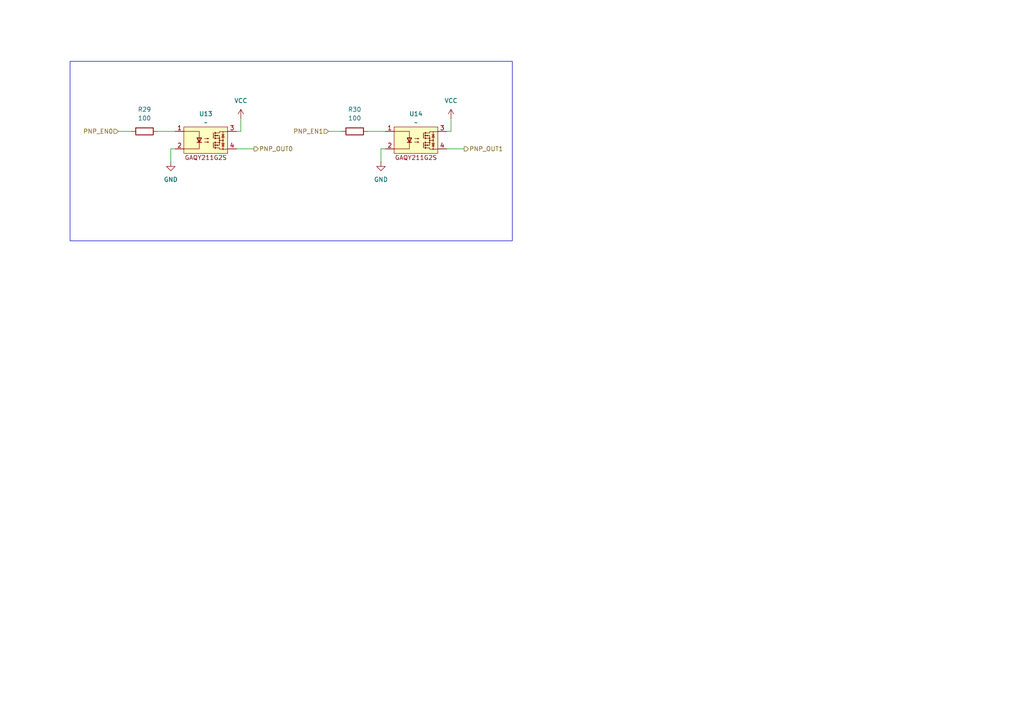
<source format=kicad_sch>
(kicad_sch (version 20250114) (generator "eeschema") (generator_version "9.0")
  (paper "A4")
  (lib_symbols
    (symbol "Device:R" (pin_numbers (hide yes)) (pin_names (offset 0))
      (property "Reference" "R" (at 2.032 0 90))
      (property "Value" "R" (at 0 0 90))
      (symbol "R_0_1"
        (rectangle (start -1.016 -2.54) (end 1.016 2.54) (stroke (width 0.254)))
      )
      (symbol "R_1_1"
        (pin passive line (at 0 3.81 270) (length 1.27) (name "~") (number "1"))
        (pin passive line (at 0 -3.81 90) (length 1.27) (name "~") (number "2"))
      )
    )
    (symbol "Riqi_Parts:GAQY211G2S"
      (property "Reference" "U" (at 0 0 0))
      (symbol "GAQY211G2S_0_1"
        (polyline (pts (xy -2.54 -2.54) (xy 1.905 -2.54) (xy 1.905 -4.445)))
        (polyline (pts (xy 1.27 -5.715) (xy 2.54 -5.715)) (stroke (width 0.254)))
        (polyline (pts (xy 1.905 -4.191) (xy 1.905 -7.62) (xy -2.54 -7.62)))
        (polyline (pts (xy 1.905 -5.715) (xy 1.27 -4.445) (xy 2.54 -4.445) (xy 1.905 -5.715)) (stroke (width 0.254)))
        (polyline (pts (xy 3.4016 -4.6346) (xy 4.6716 -4.6346) (xy 4.2906 -4.7616) (xy 4.2906 -4.5076) (xy 4.6716 -4.6346)))
        (polyline (pts (xy 3.4016 -5.6506) (xy 4.6716 -5.6506) (xy 4.2906 -5.7776) (xy 4.2906 -5.5236) (xy 4.6716 -5.6506)))
        (polyline (pts (xy 6.004 -3.0018) (xy 6.004 -4.5258)) (stroke (width 0.2032)))
        (polyline (pts (xy 6.004 -5.7958) (xy 6.004 -7.3198)) (stroke (width 0.2032)))
        (polyline (pts (xy 6.512 -2.8748) (xy 6.512 -3.1288) (xy 6.512 -3.1288)) (stroke (width 0.3556)))
        (polyline (pts (xy 6.512 -3.6368) (xy 6.512 -3.8908) (xy 6.512 -3.8908)) (stroke (width 0.3556)))
        (polyline (pts (xy 6.512 -4.3988) (xy 6.512 -4.6528) (xy 6.512 -4.6528)) (stroke (width 0.3556)))
        (polyline (pts (xy 6.512 -5.6688) (xy 6.512 -5.9228)) (stroke (width 0.3556)))
        (polyline (pts (xy 6.512 -6.4308) (xy 6.512 -6.6848) (xy 6.512 -6.6848)) (stroke (width 0.3556)))
        (polyline (pts (xy 6.512 -7.1928) (xy 6.512 -7.4468) (xy 6.512 -7.4468)) (stroke (width 0.3556)))
        (polyline (pts (xy 6.639 -3.0018) (xy 7.782 -3.0018) (xy 7.782 -2.6208) (xy 10.068 -2.6208)))
        (polyline (pts (xy 6.639 -3.7638) (xy 7.782 -3.7638) (xy 7.782 -4.5258)))
        (polyline (pts (xy 6.639 -5.7958) (xy 7.782 -5.7958) (xy 7.782 -4.5258) (xy 6.639 -4.5258)))
        (polyline (pts (xy 6.639 -6.5578) (xy 7.782 -6.5578) (xy 7.782 -5.7958)))
        (polyline (pts (xy 6.639 -7.3198) (xy 7.782 -7.3198) (xy 7.782 -7.7008) (xy 10.068 -7.7008)))
        (polyline (pts (xy 6.766 -3.7638) (xy 7.274 -3.6368) (xy 7.274 -3.8908) (xy 6.766 -3.7638)))
        (polyline (pts (xy 6.766 -6.5578) (xy 7.274 -6.4308) (xy 7.274 -6.6848) (xy 6.766 -6.5578)))
        (circle (center 7.782 -4.5258) (radius 0.127))
        (polyline (pts (xy 7.782 -5.1608) (xy 8.798 -5.1608)))
        (circle (center 7.782 -5.1608) (radius 0.127))
        (circle (center 7.782 -5.7958) (radius 0.127))
        (polyline (pts (xy 8.417 -3.5098) (xy 9.179 -3.5098)))
        (polyline (pts (xy 8.417 -6.8118) (xy 9.179 -6.8118)))
        (polyline (pts (xy 8.798 -3.5098) (xy 8.417 -4.2718) (xy 9.179 -4.2718) (xy 8.798 -3.5098)))
        (circle (center 8.798 -5.1608) (radius 0.127))
        (polyline (pts (xy 8.798 -6.8118) (xy 8.417 -6.0498) (xy 9.179 -6.0498) (xy 8.798 -6.8118)))
        (polyline (pts (xy 8.798 -7.7008) (xy 8.798 -2.6208)))
        (circle (center 8.798 -7.7008) (radius 0.127))
      )
      (symbol "GAQY211G2S_1_1"
        (rectangle (start -2.54 -1.27) (end 10.16 -8.89) (fill (type background)))
        (text "GAQY211G2S\n" (at 3.81 -10.16 0) (effects (font (size 1.27 1.27))))
        (pin input line (at -5.08 -2.54 0) (length 2.54) (name "") (number "1"))
        (pin input line (at -5.08 -7.62 0) (length 2.54) (name "") (number "2"))
        (pin input line (at 12.7 -2.54 180) (length 2.54) (name "") (number "3"))
        (pin input line (at 12.7 -7.62 180) (length 2.54) (name "") (number "4"))
      )
    )
    (symbol "power:GND" (power) (pin_numbers (hide yes)) (pin_names (offset 0) (hide yes))
      (property "Value" "GND" (at 0 -3.81 0))
      (symbol "GND_0_1"
        (polyline (pts (xy 0 0) (xy 0 -1.27) (xy 1.27 -1.27) (xy 0 -2.54) (xy -1.27 -1.27) (xy 0 -1.27)))
      )
      (symbol "GND_1_1"
        (pin power_in line (at 0 0 270) (length 0) (name "~") (number "1"))
      )
    )
    (symbol "power:VCC" (power) (pin_numbers (hide yes)) (pin_names (offset 0) (hide yes))
      (property "Value" "VCC" (at 0 3.556 0))
      (symbol "VCC_0_1"
        (polyline (pts (xy -0.762 1.27) (xy 0 2.54)))
        (polyline (pts (xy 0 2.54) (xy 0.762 1.27)))
        (polyline (pts (xy 0 0) (xy 0 2.54)))
      )
      (symbol "VCC_1_1"
        (pin power_in line (at 0 0 90) (length 0) (name "~") (number "1"))
      )
    )
  )
  (rectangle (start 20.32 17.78) (end 148.59 69.85))
  (wire (pts (xy 95.25 38.1) (xy 99.06 38.1)))
  (wire (pts (xy 45.72 38.1) (xy 50.8 38.1)))
  (wire (pts (xy 68.58 38.1) (xy 69.85 38.1)))
  (wire (pts (xy 130.81 38.1) (xy 130.81 34.29)))
  (wire (pts (xy 106.68 38.1) (xy 111.76 38.1)))
  (wire (pts (xy 129.54 43.18) (xy 134.62 43.18)))
  (wire (pts (xy 110.49 46.99) (xy 110.49 43.18)))
  (wire (pts (xy 49.53 46.99) (xy 49.53 43.18)))
  (wire (pts (xy 110.49 43.18) (xy 111.76 43.18)))
  (wire (pts (xy 34.29 38.1) (xy 38.1 38.1)))
  (wire (pts (xy 49.53 43.18) (xy 50.8 43.18)))
  (wire (pts (xy 129.54 38.1) (xy 130.81 38.1)))
  (wire (pts (xy 68.58 43.18) (xy 73.66 43.18)))
  (wire (pts (xy 69.85 38.1) (xy 69.85 34.29)))
  (hierarchical_label "PNP_OUT1" (shape output) (at 134.62 43.18 0))
  (hierarchical_label "PNP_OUT0" (shape output) (at 73.66 43.18 0))
  (hierarchical_label "PNP_EN0" (shape input) (at 34.29 38.1 180))
  (hierarchical_label "PNP_EN1" (shape input) (at 95.25 38.1 180))
  (symbol (lib_id "Riqi_Parts:GAQY211G2S") (at 116.84 35.56 0) (unit 1)
    (property "Reference" "U14" (at 120.65 33.02 0))
    (property "Value" "~" (at 120.65 35.56 0))
    (property "Footprint" "Package_SO:SO-4_4.4x4.3mm_P2.54mm" (effects (hide yes)))
    (property "Datasheet" "https://lcsc.com/datasheet/lcsc_datasheet_2411220035_SUPSiC-GAQY211G2S_C7435104.pdf" (effects (hide yes)))
  )
  (symbol (lib_id "Riqi_Parts:GAQY211G2S") (at 55.88 35.56 0) (unit 1)
    (property "Reference" "U13" (at 59.69 33.02 0))
    (property "Value" "~" (at 59.69 35.56 0))
    (property "Footprint" "Package_SO:SO-4_4.4x4.3mm_P2.54mm" (effects (hide yes)))
    (property "Datasheet" "https://lcsc.com/datasheet/lcsc_datasheet_2411220035_SUPSiC-GAQY211G2S_C7435104.pdf" (effects (hide yes)))
  )
  (symbol (lib_id "power:GND") (at 110.49 46.99 0) (unit 1)
    (property "Reference" "#PWR056" (effects (hide yes)))
    (property "Value" "GND" (at 110.49 52.07 0))
    (property "Description" "Power symbol creates a global label with name \"GND\" , ground" (effects (hide yes)))
  )
  (symbol (lib_id "power:VCC") (at 130.81 34.29 0) (unit 1)
    (property "Reference" "#PWR057" (effects (hide yes)))
    (property "Value" "VCC" (at 130.81 29.21 0))
    (property "Description" "Power symbol creates a global label with name \"VCC\"" (effects (hide yes)))
  )
  (symbol (lib_id "power:GND") (at 49.53 46.99 0) (unit 1)
    (property "Reference" "#PWR033" (effects (hide yes)))
    (property "Value" "GND" (at 49.53 52.07 0))
    (property "Description" "Power symbol creates a global label with name \"GND\" , ground" (effects (hide yes)))
  )
  (symbol (lib_id "Device:R") (at 102.87 38.1 90) (unit 1)
    (property "Reference" "R30" (at 102.87 31.75 90))
    (property "Value" "100" (at 102.87 34.29 90))
    (property "Description" "Resistor" (effects (hide yes)))
  )
  (symbol (lib_id "Device:R") (at 41.91 38.1 90) (unit 1)
    (property "Reference" "R29" (at 41.91 31.75 90))
    (property "Value" "100" (at 41.91 34.29 90))
    (property "Description" "Resistor" (effects (hide yes)))
  )
  (symbol (lib_id "power:VCC") (at 69.85 34.29 0) (unit 1)
    (property "Reference" "#PWR051" (effects (hide yes)))
    (property "Value" "VCC" (at 69.85 29.21 0))
    (property "Description" "Power symbol creates a global label with name \"VCC\"" (effects (hide yes)))
  )
)
</source>
